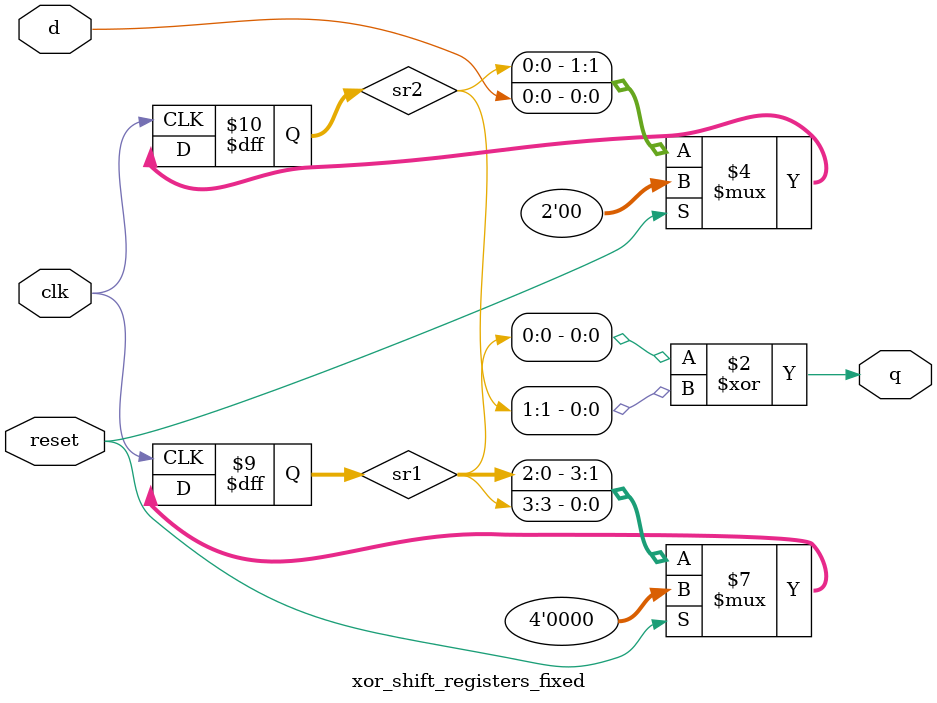
<source format=v>

module xor_shift_registers_fixed (
  input clk,
  input reset,
  input d,
  output q
);

  reg [3:0] sr1;
  reg [1:0] sr2;

  always @(posedge clk) begin
    if (reset) begin
      sr1 <= 4'b0000;
      sr2 <= 2'b00;
    end else begin
      sr1 <= {sr1[2:0], sr1[3]};
      sr2 <= {sr2[0], d};
    end
  end

  assign q = sr1[0] ^ sr2[1];

endmodule

</source>
